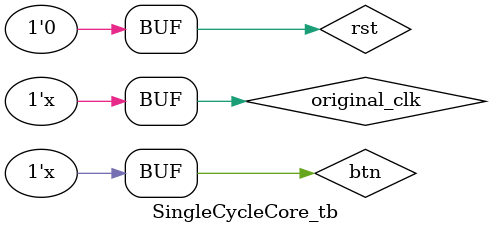
<source format=v>
module SingleCycleCore_tb();

reg original_clk;
reg rst;
reg btn;
wire [7:0] leds;

SingleCycleCore U0(
    .original_clk(original_clk),
    .rst(rst),
    .btn(btn),
    .leds(leds)
);

initial begin
    original_clk = 0;
    rst = 0;
    btn = 0;
    rst = 1;
    #180000 rst = 0;
end

always begin
    #1 original_clk = !original_clk;  
end

always begin
    #30500 btn = !btn;
end

endmodule
</source>
